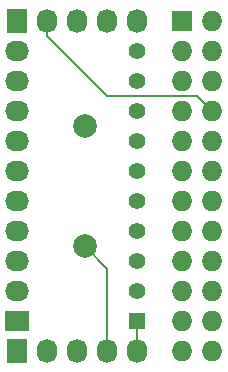
<source format=gtl>
G04 #@! TF.FileFunction,Copper,L1,Top,Signal*
%FSLAX46Y46*%
G04 Gerber Fmt 4.6, Leading zero omitted, Abs format (unit mm)*
G04 Created by KiCad (PCBNEW (2015-12-02 BZR 6341, Git dd06abf)-product) date 27/12/2015 22:57:57*
%MOMM*%
G01*
G04 APERTURE LIST*
%ADD10C,0.100000*%
%ADD11R,1.727200X1.727200*%
%ADD12O,1.727200X1.727200*%
%ADD13R,1.397000X1.397000*%
%ADD14C,1.397000*%
%ADD15C,1.998980*%
%ADD16R,1.727200X2.032000*%
%ADD17O,1.727200X2.032000*%
%ADD18R,2.032000X1.727200*%
%ADD19O,2.032000X1.727200*%
%ADD20C,0.152400*%
G04 APERTURE END LIST*
D10*
D11*
X147320000Y-86360000D03*
D12*
X149860000Y-86360000D03*
X147320000Y-88900000D03*
X149860000Y-88900000D03*
X147320000Y-91440000D03*
X149860000Y-91440000D03*
X147320000Y-93980000D03*
X149860000Y-93980000D03*
X147320000Y-96520000D03*
X149860000Y-96520000D03*
X147320000Y-99060000D03*
X149860000Y-99060000D03*
X147320000Y-101600000D03*
X149860000Y-101600000D03*
X147320000Y-104140000D03*
X149860000Y-104140000D03*
X147320000Y-106680000D03*
X149860000Y-106680000D03*
X147320000Y-109220000D03*
X149860000Y-109220000D03*
X147320000Y-111760000D03*
X149860000Y-111760000D03*
X147320000Y-114300000D03*
X149860000Y-114300000D03*
D13*
X143510000Y-111760000D03*
D14*
X143510000Y-109220000D03*
X143510000Y-106680000D03*
X143510000Y-104140000D03*
X143510000Y-101600000D03*
X143510000Y-99060000D03*
X143510000Y-96520000D03*
X143510000Y-93980000D03*
X143510000Y-91440000D03*
X143510000Y-88900000D03*
D15*
X139065000Y-105410000D03*
X139065000Y-95250000D03*
D16*
X133350000Y-114300000D03*
D17*
X135890000Y-114300000D03*
X138430000Y-114300000D03*
X140970000Y-114300000D03*
X143510000Y-114300000D03*
D16*
X133350000Y-86360000D03*
D17*
X135890000Y-86360000D03*
X138430000Y-86360000D03*
X140970000Y-86360000D03*
X143510000Y-86360000D03*
D18*
X133350000Y-111760000D03*
D19*
X133350000Y-109220000D03*
X133350000Y-106680000D03*
X133350000Y-104140000D03*
X133350000Y-101600000D03*
X133350000Y-99060000D03*
X133350000Y-96520000D03*
X133350000Y-93980000D03*
X133350000Y-91440000D03*
X133350000Y-88900000D03*
D20*
X140970000Y-114300000D02*
X140970000Y-107315000D01*
X140970000Y-107315000D02*
X139065000Y-105410000D01*
X143510000Y-111760000D02*
X143510000Y-114300000D01*
X135890000Y-86360000D02*
X135890000Y-87630000D01*
X148590000Y-92710000D02*
X149860000Y-93980000D01*
X140970000Y-92710000D02*
X148590000Y-92710000D01*
X135890000Y-87630000D02*
X140970000Y-92710000D01*
M02*

</source>
